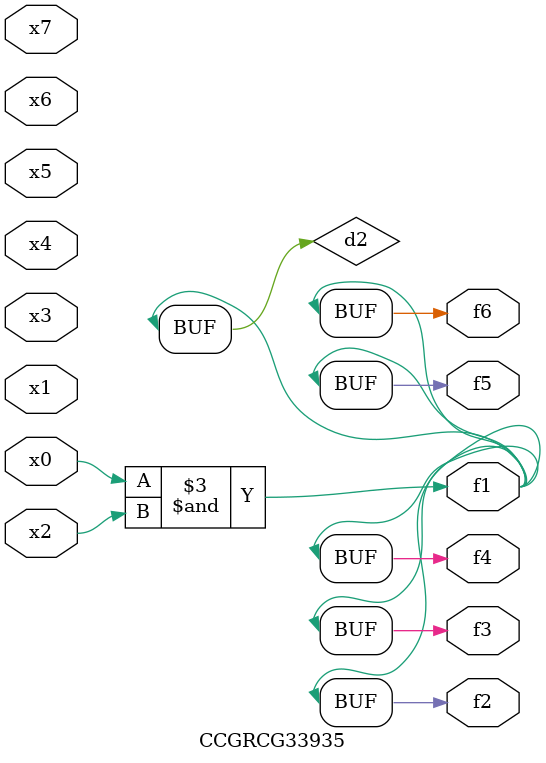
<source format=v>
module CCGRCG33935(
	input x0, x1, x2, x3, x4, x5, x6, x7,
	output f1, f2, f3, f4, f5, f6
);

	wire d1, d2;

	nor (d1, x3, x6);
	and (d2, x0, x2);
	assign f1 = d2;
	assign f2 = d2;
	assign f3 = d2;
	assign f4 = d2;
	assign f5 = d2;
	assign f6 = d2;
endmodule

</source>
